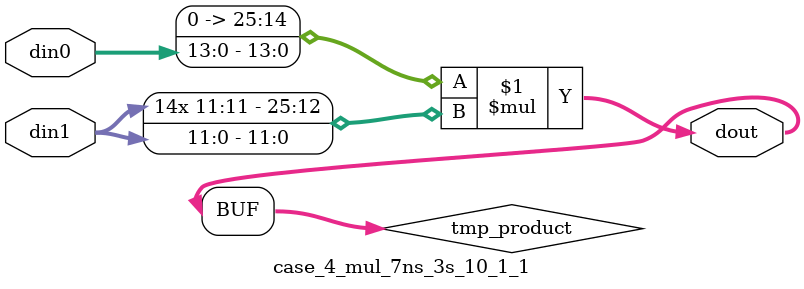
<source format=v>

`timescale 1 ns / 1 ps

 (* use_dsp = "no" *)  module case_4_mul_7ns_3s_10_1_1(din0, din1, dout);
parameter ID = 1;
parameter NUM_STAGE = 0;
parameter din0_WIDTH = 14;
parameter din1_WIDTH = 12;
parameter dout_WIDTH = 26;

input [din0_WIDTH - 1 : 0] din0; 
input [din1_WIDTH - 1 : 0] din1; 
output [dout_WIDTH - 1 : 0] dout;

wire signed [dout_WIDTH - 1 : 0] tmp_product;

























assign tmp_product = $signed({1'b0, din0}) * $signed(din1);










assign dout = tmp_product;





















endmodule

</source>
